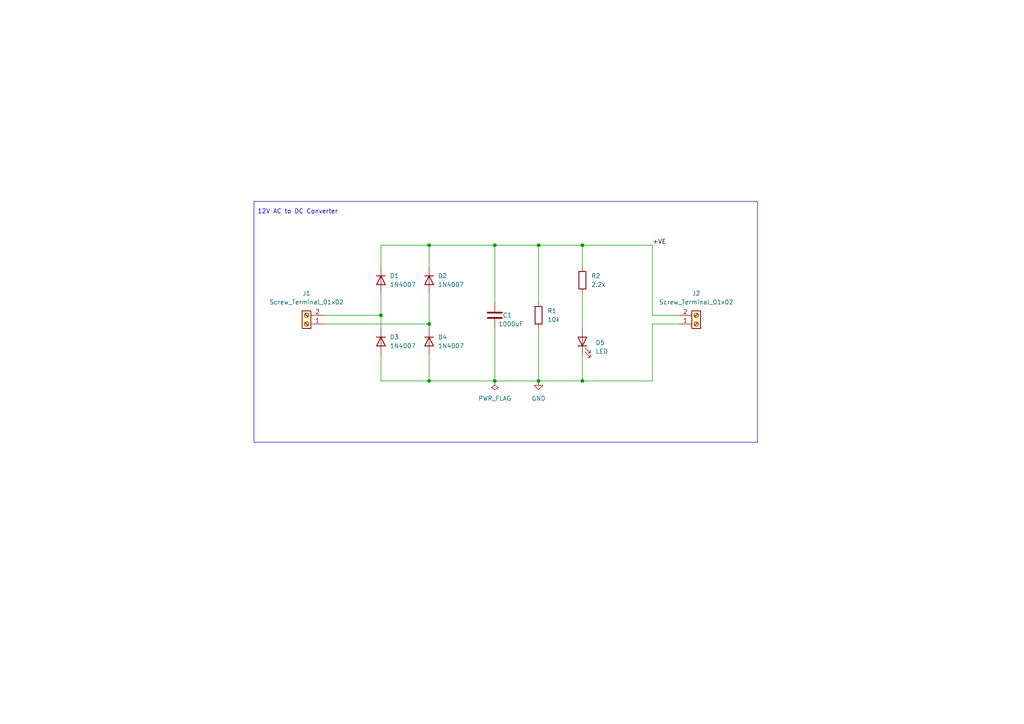
<source format=kicad_sch>
(kicad_sch
	(version 20250114)
	(generator "eeschema")
	(generator_version "9.0")
	(uuid "279edb13-f2fb-4aa5-8f20-ad4cde6f0ffa")
	(paper "A4")
	(title_block
		(title "AC to DC Converter")
		(date "2025-10-24")
	)
	(lib_symbols
		(symbol "Connector:Screw_Terminal_01x02"
			(pin_names
				(offset 1.016)
				(hide yes)
			)
			(exclude_from_sim no)
			(in_bom yes)
			(on_board yes)
			(property "Reference" "J"
				(at 0 2.54 0)
				(effects
					(font
						(size 1.27 1.27)
					)
				)
			)
			(property "Value" "Screw_Terminal_01x02"
				(at 0 -5.08 0)
				(effects
					(font
						(size 1.27 1.27)
					)
				)
			)
			(property "Footprint" ""
				(at 0 0 0)
				(effects
					(font
						(size 1.27 1.27)
					)
					(hide yes)
				)
			)
			(property "Datasheet" "~"
				(at 0 0 0)
				(effects
					(font
						(size 1.27 1.27)
					)
					(hide yes)
				)
			)
			(property "Description" "Generic screw terminal, single row, 01x02, script generated (kicad-library-utils/schlib/autogen/connector/)"
				(at 0 0 0)
				(effects
					(font
						(size 1.27 1.27)
					)
					(hide yes)
				)
			)
			(property "ki_keywords" "screw terminal"
				(at 0 0 0)
				(effects
					(font
						(size 1.27 1.27)
					)
					(hide yes)
				)
			)
			(property "ki_fp_filters" "TerminalBlock*:*"
				(at 0 0 0)
				(effects
					(font
						(size 1.27 1.27)
					)
					(hide yes)
				)
			)
			(symbol "Screw_Terminal_01x02_1_1"
				(rectangle
					(start -1.27 1.27)
					(end 1.27 -3.81)
					(stroke
						(width 0.254)
						(type default)
					)
					(fill
						(type background)
					)
				)
				(polyline
					(pts
						(xy -0.5334 0.3302) (xy 0.3302 -0.508)
					)
					(stroke
						(width 0.1524)
						(type default)
					)
					(fill
						(type none)
					)
				)
				(polyline
					(pts
						(xy -0.5334 -2.2098) (xy 0.3302 -3.048)
					)
					(stroke
						(width 0.1524)
						(type default)
					)
					(fill
						(type none)
					)
				)
				(polyline
					(pts
						(xy -0.3556 0.508) (xy 0.508 -0.3302)
					)
					(stroke
						(width 0.1524)
						(type default)
					)
					(fill
						(type none)
					)
				)
				(polyline
					(pts
						(xy -0.3556 -2.032) (xy 0.508 -2.8702)
					)
					(stroke
						(width 0.1524)
						(type default)
					)
					(fill
						(type none)
					)
				)
				(circle
					(center 0 0)
					(radius 0.635)
					(stroke
						(width 0.1524)
						(type default)
					)
					(fill
						(type none)
					)
				)
				(circle
					(center 0 -2.54)
					(radius 0.635)
					(stroke
						(width 0.1524)
						(type default)
					)
					(fill
						(type none)
					)
				)
				(pin passive line
					(at -5.08 0 0)
					(length 3.81)
					(name "Pin_1"
						(effects
							(font
								(size 1.27 1.27)
							)
						)
					)
					(number "1"
						(effects
							(font
								(size 1.27 1.27)
							)
						)
					)
				)
				(pin passive line
					(at -5.08 -2.54 0)
					(length 3.81)
					(name "Pin_2"
						(effects
							(font
								(size 1.27 1.27)
							)
						)
					)
					(number "2"
						(effects
							(font
								(size 1.27 1.27)
							)
						)
					)
				)
			)
			(embedded_fonts no)
		)
		(symbol "Device:C"
			(pin_numbers
				(hide yes)
			)
			(pin_names
				(offset 0.254)
			)
			(exclude_from_sim no)
			(in_bom yes)
			(on_board yes)
			(property "Reference" "C"
				(at 0.635 2.54 0)
				(effects
					(font
						(size 1.27 1.27)
					)
					(justify left)
				)
			)
			(property "Value" "C"
				(at 0.635 -2.54 0)
				(effects
					(font
						(size 1.27 1.27)
					)
					(justify left)
				)
			)
			(property "Footprint" ""
				(at 0.9652 -3.81 0)
				(effects
					(font
						(size 1.27 1.27)
					)
					(hide yes)
				)
			)
			(property "Datasheet" "~"
				(at 0 0 0)
				(effects
					(font
						(size 1.27 1.27)
					)
					(hide yes)
				)
			)
			(property "Description" "Unpolarized capacitor"
				(at 0 0 0)
				(effects
					(font
						(size 1.27 1.27)
					)
					(hide yes)
				)
			)
			(property "ki_keywords" "cap capacitor"
				(at 0 0 0)
				(effects
					(font
						(size 1.27 1.27)
					)
					(hide yes)
				)
			)
			(property "ki_fp_filters" "C_*"
				(at 0 0 0)
				(effects
					(font
						(size 1.27 1.27)
					)
					(hide yes)
				)
			)
			(symbol "C_0_1"
				(polyline
					(pts
						(xy -2.032 0.762) (xy 2.032 0.762)
					)
					(stroke
						(width 0.508)
						(type default)
					)
					(fill
						(type none)
					)
				)
				(polyline
					(pts
						(xy -2.032 -0.762) (xy 2.032 -0.762)
					)
					(stroke
						(width 0.508)
						(type default)
					)
					(fill
						(type none)
					)
				)
			)
			(symbol "C_1_1"
				(pin passive line
					(at 0 3.81 270)
					(length 2.794)
					(name "~"
						(effects
							(font
								(size 1.27 1.27)
							)
						)
					)
					(number "1"
						(effects
							(font
								(size 1.27 1.27)
							)
						)
					)
				)
				(pin passive line
					(at 0 -3.81 90)
					(length 2.794)
					(name "~"
						(effects
							(font
								(size 1.27 1.27)
							)
						)
					)
					(number "2"
						(effects
							(font
								(size 1.27 1.27)
							)
						)
					)
				)
			)
			(embedded_fonts no)
		)
		(symbol "Device:LED"
			(pin_numbers
				(hide yes)
			)
			(pin_names
				(offset 1.016)
				(hide yes)
			)
			(exclude_from_sim no)
			(in_bom yes)
			(on_board yes)
			(property "Reference" "D"
				(at 0 2.54 0)
				(effects
					(font
						(size 1.27 1.27)
					)
				)
			)
			(property "Value" "LED"
				(at 0 -2.54 0)
				(effects
					(font
						(size 1.27 1.27)
					)
				)
			)
			(property "Footprint" ""
				(at 0 0 0)
				(effects
					(font
						(size 1.27 1.27)
					)
					(hide yes)
				)
			)
			(property "Datasheet" "~"
				(at 0 0 0)
				(effects
					(font
						(size 1.27 1.27)
					)
					(hide yes)
				)
			)
			(property "Description" "Light emitting diode"
				(at 0 0 0)
				(effects
					(font
						(size 1.27 1.27)
					)
					(hide yes)
				)
			)
			(property "Sim.Pins" "1=K 2=A"
				(at 0 0 0)
				(effects
					(font
						(size 1.27 1.27)
					)
					(hide yes)
				)
			)
			(property "ki_keywords" "LED diode"
				(at 0 0 0)
				(effects
					(font
						(size 1.27 1.27)
					)
					(hide yes)
				)
			)
			(property "ki_fp_filters" "LED* LED_SMD:* LED_THT:*"
				(at 0 0 0)
				(effects
					(font
						(size 1.27 1.27)
					)
					(hide yes)
				)
			)
			(symbol "LED_0_1"
				(polyline
					(pts
						(xy -3.048 -0.762) (xy -4.572 -2.286) (xy -3.81 -2.286) (xy -4.572 -2.286) (xy -4.572 -1.524)
					)
					(stroke
						(width 0)
						(type default)
					)
					(fill
						(type none)
					)
				)
				(polyline
					(pts
						(xy -1.778 -0.762) (xy -3.302 -2.286) (xy -2.54 -2.286) (xy -3.302 -2.286) (xy -3.302 -1.524)
					)
					(stroke
						(width 0)
						(type default)
					)
					(fill
						(type none)
					)
				)
				(polyline
					(pts
						(xy -1.27 0) (xy 1.27 0)
					)
					(stroke
						(width 0)
						(type default)
					)
					(fill
						(type none)
					)
				)
				(polyline
					(pts
						(xy -1.27 -1.27) (xy -1.27 1.27)
					)
					(stroke
						(width 0.254)
						(type default)
					)
					(fill
						(type none)
					)
				)
				(polyline
					(pts
						(xy 1.27 -1.27) (xy 1.27 1.27) (xy -1.27 0) (xy 1.27 -1.27)
					)
					(stroke
						(width 0.254)
						(type default)
					)
					(fill
						(type none)
					)
				)
			)
			(symbol "LED_1_1"
				(pin passive line
					(at -3.81 0 0)
					(length 2.54)
					(name "K"
						(effects
							(font
								(size 1.27 1.27)
							)
						)
					)
					(number "1"
						(effects
							(font
								(size 1.27 1.27)
							)
						)
					)
				)
				(pin passive line
					(at 3.81 0 180)
					(length 2.54)
					(name "A"
						(effects
							(font
								(size 1.27 1.27)
							)
						)
					)
					(number "2"
						(effects
							(font
								(size 1.27 1.27)
							)
						)
					)
				)
			)
			(embedded_fonts no)
		)
		(symbol "Device:R"
			(pin_numbers
				(hide yes)
			)
			(pin_names
				(offset 0)
			)
			(exclude_from_sim no)
			(in_bom yes)
			(on_board yes)
			(property "Reference" "R"
				(at 2.032 0 90)
				(effects
					(font
						(size 1.27 1.27)
					)
				)
			)
			(property "Value" "R"
				(at 0 0 90)
				(effects
					(font
						(size 1.27 1.27)
					)
				)
			)
			(property "Footprint" ""
				(at -1.778 0 90)
				(effects
					(font
						(size 1.27 1.27)
					)
					(hide yes)
				)
			)
			(property "Datasheet" "~"
				(at 0 0 0)
				(effects
					(font
						(size 1.27 1.27)
					)
					(hide yes)
				)
			)
			(property "Description" "Resistor"
				(at 0 0 0)
				(effects
					(font
						(size 1.27 1.27)
					)
					(hide yes)
				)
			)
			(property "ki_keywords" "R res resistor"
				(at 0 0 0)
				(effects
					(font
						(size 1.27 1.27)
					)
					(hide yes)
				)
			)
			(property "ki_fp_filters" "R_*"
				(at 0 0 0)
				(effects
					(font
						(size 1.27 1.27)
					)
					(hide yes)
				)
			)
			(symbol "R_0_1"
				(rectangle
					(start -1.016 -2.54)
					(end 1.016 2.54)
					(stroke
						(width 0.254)
						(type default)
					)
					(fill
						(type none)
					)
				)
			)
			(symbol "R_1_1"
				(pin passive line
					(at 0 3.81 270)
					(length 1.27)
					(name "~"
						(effects
							(font
								(size 1.27 1.27)
							)
						)
					)
					(number "1"
						(effects
							(font
								(size 1.27 1.27)
							)
						)
					)
				)
				(pin passive line
					(at 0 -3.81 90)
					(length 1.27)
					(name "~"
						(effects
							(font
								(size 1.27 1.27)
							)
						)
					)
					(number "2"
						(effects
							(font
								(size 1.27 1.27)
							)
						)
					)
				)
			)
			(embedded_fonts no)
		)
		(symbol "Diode:1N4007"
			(pin_numbers
				(hide yes)
			)
			(pin_names
				(hide yes)
			)
			(exclude_from_sim no)
			(in_bom yes)
			(on_board yes)
			(property "Reference" "D"
				(at 0 2.54 0)
				(effects
					(font
						(size 1.27 1.27)
					)
				)
			)
			(property "Value" "1N4007"
				(at 0 -2.54 0)
				(effects
					(font
						(size 1.27 1.27)
					)
				)
			)
			(property "Footprint" "Diode_THT:D_DO-41_SOD81_P10.16mm_Horizontal"
				(at 0 -4.445 0)
				(effects
					(font
						(size 1.27 1.27)
					)
					(hide yes)
				)
			)
			(property "Datasheet" "http://www.vishay.com/docs/88503/1n4001.pdf"
				(at 0 0 0)
				(effects
					(font
						(size 1.27 1.27)
					)
					(hide yes)
				)
			)
			(property "Description" "1000V 1A General Purpose Rectifier Diode, DO-41"
				(at 0 0 0)
				(effects
					(font
						(size 1.27 1.27)
					)
					(hide yes)
				)
			)
			(property "Sim.Device" "D"
				(at 0 0 0)
				(effects
					(font
						(size 1.27 1.27)
					)
					(hide yes)
				)
			)
			(property "Sim.Pins" "1=K 2=A"
				(at 0 0 0)
				(effects
					(font
						(size 1.27 1.27)
					)
					(hide yes)
				)
			)
			(property "ki_keywords" "diode"
				(at 0 0 0)
				(effects
					(font
						(size 1.27 1.27)
					)
					(hide yes)
				)
			)
			(property "ki_fp_filters" "D*DO?41*"
				(at 0 0 0)
				(effects
					(font
						(size 1.27 1.27)
					)
					(hide yes)
				)
			)
			(symbol "1N4007_0_1"
				(polyline
					(pts
						(xy -1.27 1.27) (xy -1.27 -1.27)
					)
					(stroke
						(width 0.254)
						(type default)
					)
					(fill
						(type none)
					)
				)
				(polyline
					(pts
						(xy 1.27 1.27) (xy 1.27 -1.27) (xy -1.27 0) (xy 1.27 1.27)
					)
					(stroke
						(width 0.254)
						(type default)
					)
					(fill
						(type none)
					)
				)
				(polyline
					(pts
						(xy 1.27 0) (xy -1.27 0)
					)
					(stroke
						(width 0)
						(type default)
					)
					(fill
						(type none)
					)
				)
			)
			(symbol "1N4007_1_1"
				(pin passive line
					(at -3.81 0 0)
					(length 2.54)
					(name "K"
						(effects
							(font
								(size 1.27 1.27)
							)
						)
					)
					(number "1"
						(effects
							(font
								(size 1.27 1.27)
							)
						)
					)
				)
				(pin passive line
					(at 3.81 0 180)
					(length 2.54)
					(name "A"
						(effects
							(font
								(size 1.27 1.27)
							)
						)
					)
					(number "2"
						(effects
							(font
								(size 1.27 1.27)
							)
						)
					)
				)
			)
			(embedded_fonts no)
		)
		(symbol "power:GND"
			(power)
			(pin_numbers
				(hide yes)
			)
			(pin_names
				(offset 0)
				(hide yes)
			)
			(exclude_from_sim no)
			(in_bom yes)
			(on_board yes)
			(property "Reference" "#PWR"
				(at 0 -6.35 0)
				(effects
					(font
						(size 1.27 1.27)
					)
					(hide yes)
				)
			)
			(property "Value" "GND"
				(at 0 -3.81 0)
				(effects
					(font
						(size 1.27 1.27)
					)
				)
			)
			(property "Footprint" ""
				(at 0 0 0)
				(effects
					(font
						(size 1.27 1.27)
					)
					(hide yes)
				)
			)
			(property "Datasheet" ""
				(at 0 0 0)
				(effects
					(font
						(size 1.27 1.27)
					)
					(hide yes)
				)
			)
			(property "Description" "Power symbol creates a global label with name \"GND\" , ground"
				(at 0 0 0)
				(effects
					(font
						(size 1.27 1.27)
					)
					(hide yes)
				)
			)
			(property "ki_keywords" "global power"
				(at 0 0 0)
				(effects
					(font
						(size 1.27 1.27)
					)
					(hide yes)
				)
			)
			(symbol "GND_0_1"
				(polyline
					(pts
						(xy 0 0) (xy 0 -1.27) (xy 1.27 -1.27) (xy 0 -2.54) (xy -1.27 -1.27) (xy 0 -1.27)
					)
					(stroke
						(width 0)
						(type default)
					)
					(fill
						(type none)
					)
				)
			)
			(symbol "GND_1_1"
				(pin power_in line
					(at 0 0 270)
					(length 0)
					(name "~"
						(effects
							(font
								(size 1.27 1.27)
							)
						)
					)
					(number "1"
						(effects
							(font
								(size 1.27 1.27)
							)
						)
					)
				)
			)
			(embedded_fonts no)
		)
		(symbol "power:PWR_FLAG"
			(power)
			(pin_numbers
				(hide yes)
			)
			(pin_names
				(offset 0)
				(hide yes)
			)
			(exclude_from_sim no)
			(in_bom yes)
			(on_board yes)
			(property "Reference" "#FLG"
				(at 0 1.905 0)
				(effects
					(font
						(size 1.27 1.27)
					)
					(hide yes)
				)
			)
			(property "Value" "PWR_FLAG"
				(at 0 3.81 0)
				(effects
					(font
						(size 1.27 1.27)
					)
				)
			)
			(property "Footprint" ""
				(at 0 0 0)
				(effects
					(font
						(size 1.27 1.27)
					)
					(hide yes)
				)
			)
			(property "Datasheet" "~"
				(at 0 0 0)
				(effects
					(font
						(size 1.27 1.27)
					)
					(hide yes)
				)
			)
			(property "Description" "Special symbol for telling ERC where power comes from"
				(at 0 0 0)
				(effects
					(font
						(size 1.27 1.27)
					)
					(hide yes)
				)
			)
			(property "ki_keywords" "flag power"
				(at 0 0 0)
				(effects
					(font
						(size 1.27 1.27)
					)
					(hide yes)
				)
			)
			(symbol "PWR_FLAG_0_0"
				(pin power_out line
					(at 0 0 90)
					(length 0)
					(name "~"
						(effects
							(font
								(size 1.27 1.27)
							)
						)
					)
					(number "1"
						(effects
							(font
								(size 1.27 1.27)
							)
						)
					)
				)
			)
			(symbol "PWR_FLAG_0_1"
				(polyline
					(pts
						(xy 0 0) (xy 0 1.27) (xy -1.016 1.905) (xy 0 2.54) (xy 1.016 1.905) (xy 0 1.27)
					)
					(stroke
						(width 0)
						(type default)
					)
					(fill
						(type none)
					)
				)
			)
			(embedded_fonts no)
		)
	)
	(rectangle
		(start 73.66 58.42)
		(end 219.71 128.27)
		(stroke
			(width 0)
			(type default)
		)
		(fill
			(type none)
		)
		(uuid 83c88e26-38eb-45dd-b293-6f9a5e784b49)
	)
	(text "12V AC to DC Converter"
		(exclude_from_sim no)
		(at 86.36 61.468 0)
		(effects
			(font
				(size 1.27 1.27)
			)
		)
		(uuid "9d46e655-18dc-487f-9bc6-acb8388ebc9f")
	)
	(junction
		(at 156.21 71.12)
		(diameter 0)
		(color 0 0 0 0)
		(uuid "178ddf95-50f9-4e62-8b97-d859a4268c49")
	)
	(junction
		(at 168.91 71.12)
		(diameter 0)
		(color 0 0 0 0)
		(uuid "2bb127c9-b018-49a7-ad0c-c76491f60c0a")
	)
	(junction
		(at 110.49 91.44)
		(diameter 0)
		(color 0 0 0 0)
		(uuid "46b14166-0e80-4df4-999b-179305ecd029")
	)
	(junction
		(at 143.51 110.49)
		(diameter 0)
		(color 0 0 0 0)
		(uuid "4aa3e8b2-a686-41d1-a1f3-2dcbe5c0b6e1")
	)
	(junction
		(at 124.46 93.98)
		(diameter 0)
		(color 0 0 0 0)
		(uuid "960c3970-ae82-4577-8fb3-9af0f4fd4d39")
	)
	(junction
		(at 143.51 71.12)
		(diameter 0)
		(color 0 0 0 0)
		(uuid "a928bf4a-1199-4c1b-b19a-221970798054")
	)
	(junction
		(at 156.21 110.49)
		(diameter 0)
		(color 0 0 0 0)
		(uuid "b76e1af8-0d18-4699-b201-190789aa6fbc")
	)
	(junction
		(at 124.46 110.49)
		(diameter 0)
		(color 0 0 0 0)
		(uuid "bff21c0b-f184-46e8-9b61-9e209411833c")
	)
	(junction
		(at 168.91 110.49)
		(diameter 0)
		(color 0 0 0 0)
		(uuid "e102b36e-8cf8-45a2-9d99-15b3d6637fc4")
	)
	(junction
		(at 124.46 71.12)
		(diameter 0)
		(color 0 0 0 0)
		(uuid "f0407350-5c5b-496a-9c5f-16f773b06887")
	)
	(wire
		(pts
			(xy 168.91 71.12) (xy 168.91 77.47)
		)
		(stroke
			(width 0)
			(type default)
		)
		(uuid "00fde0c6-faaa-4f9c-a296-90c56de18a9b")
	)
	(wire
		(pts
			(xy 124.46 110.49) (xy 124.46 102.87)
		)
		(stroke
			(width 0)
			(type default)
		)
		(uuid "011ff639-1955-437d-bc2f-c14a9859454d")
	)
	(wire
		(pts
			(xy 110.49 110.49) (xy 124.46 110.49)
		)
		(stroke
			(width 0)
			(type default)
		)
		(uuid "03a6d07c-01d2-4f89-9149-d0246b5dc42e")
	)
	(wire
		(pts
			(xy 156.21 110.49) (xy 168.91 110.49)
		)
		(stroke
			(width 0)
			(type default)
		)
		(uuid "04c21a09-2fb4-47a5-b69e-f96e79f9e880")
	)
	(wire
		(pts
			(xy 156.21 110.49) (xy 156.21 95.25)
		)
		(stroke
			(width 0)
			(type default)
		)
		(uuid "120f089c-496e-427f-9400-deb96c97f5a3")
	)
	(wire
		(pts
			(xy 124.46 110.49) (xy 143.51 110.49)
		)
		(stroke
			(width 0)
			(type default)
		)
		(uuid "121f8b69-0d19-4941-885a-447ce8cd8284")
	)
	(wire
		(pts
			(xy 124.46 93.98) (xy 124.46 95.25)
		)
		(stroke
			(width 0)
			(type default)
		)
		(uuid "2d1792cf-8dfc-4e99-89e1-ab3f12113b72")
	)
	(wire
		(pts
			(xy 110.49 91.44) (xy 110.49 95.25)
		)
		(stroke
			(width 0)
			(type default)
		)
		(uuid "34a513e3-f1f7-4b00-b6e2-d232df3925c3")
	)
	(wire
		(pts
			(xy 143.51 71.12) (xy 143.51 87.63)
		)
		(stroke
			(width 0)
			(type default)
		)
		(uuid "356fa7a7-ceff-41f9-a115-5f2a5c6fbae7")
	)
	(wire
		(pts
			(xy 189.23 93.98) (xy 189.23 110.49)
		)
		(stroke
			(width 0)
			(type default)
		)
		(uuid "3a2876fd-e398-4869-955c-707b84a6b903")
	)
	(wire
		(pts
			(xy 189.23 71.12) (xy 168.91 71.12)
		)
		(stroke
			(width 0)
			(type default)
		)
		(uuid "4171ed9d-519a-499e-80e8-572f4f28ae15")
	)
	(wire
		(pts
			(xy 196.85 91.44) (xy 189.23 91.44)
		)
		(stroke
			(width 0)
			(type default)
		)
		(uuid "44b0b82f-d678-49fd-bb18-bf50bcc8daae")
	)
	(wire
		(pts
			(xy 143.51 110.49) (xy 156.21 110.49)
		)
		(stroke
			(width 0)
			(type default)
		)
		(uuid "45667a98-78df-4baa-b1cb-5f0d0bccbce8")
	)
	(wire
		(pts
			(xy 110.49 71.12) (xy 124.46 71.12)
		)
		(stroke
			(width 0)
			(type default)
		)
		(uuid "48317b6b-2954-45c5-bc8e-ce8f301737bd")
	)
	(wire
		(pts
			(xy 168.91 85.09) (xy 168.91 95.25)
		)
		(stroke
			(width 0)
			(type default)
		)
		(uuid "5d9f11bf-2b48-4f68-be1c-041637a256d2")
	)
	(wire
		(pts
			(xy 156.21 71.12) (xy 156.21 87.63)
		)
		(stroke
			(width 0)
			(type default)
		)
		(uuid "67c33770-8155-4c13-992b-da44f78daf08")
	)
	(wire
		(pts
			(xy 156.21 71.12) (xy 168.91 71.12)
		)
		(stroke
			(width 0)
			(type default)
		)
		(uuid "7aa53bf1-4cdf-45b3-a010-a7a192e51379")
	)
	(wire
		(pts
			(xy 124.46 85.09) (xy 124.46 93.98)
		)
		(stroke
			(width 0)
			(type default)
		)
		(uuid "7f41e99f-7b0f-42d0-9595-b92c53293c6b")
	)
	(wire
		(pts
			(xy 189.23 110.49) (xy 168.91 110.49)
		)
		(stroke
			(width 0)
			(type default)
		)
		(uuid "85abb732-427c-43e6-9310-9d217665a9ae")
	)
	(wire
		(pts
			(xy 93.98 93.98) (xy 124.46 93.98)
		)
		(stroke
			(width 0)
			(type default)
		)
		(uuid "8e8317d7-d698-41ac-8ed9-294235253678")
	)
	(wire
		(pts
			(xy 124.46 71.12) (xy 124.46 77.47)
		)
		(stroke
			(width 0)
			(type default)
		)
		(uuid "90063cf1-ea50-419e-8603-3d7eab92f967")
	)
	(wire
		(pts
			(xy 110.49 102.87) (xy 110.49 110.49)
		)
		(stroke
			(width 0)
			(type default)
		)
		(uuid "90b0dd97-c744-4e9a-8b6d-700852fd9652")
	)
	(wire
		(pts
			(xy 143.51 110.49) (xy 143.51 95.25)
		)
		(stroke
			(width 0)
			(type default)
		)
		(uuid "a26d0db8-027d-4bdb-89cf-51c33962feea")
	)
	(wire
		(pts
			(xy 124.46 71.12) (xy 143.51 71.12)
		)
		(stroke
			(width 0)
			(type default)
		)
		(uuid "b3d70961-bc18-4e59-90db-a414fc1b4e4c")
	)
	(wire
		(pts
			(xy 189.23 91.44) (xy 189.23 71.12)
		)
		(stroke
			(width 0)
			(type default)
		)
		(uuid "cd883b0e-bbce-4719-865a-4f4d23103f1f")
	)
	(wire
		(pts
			(xy 93.98 91.44) (xy 110.49 91.44)
		)
		(stroke
			(width 0)
			(type default)
		)
		(uuid "d35d593d-9d26-44d5-8aad-284a6b9f29e8")
	)
	(wire
		(pts
			(xy 196.85 93.98) (xy 189.23 93.98)
		)
		(stroke
			(width 0)
			(type default)
		)
		(uuid "db593709-7c71-4a6a-aa1c-0eecedd923a4")
	)
	(wire
		(pts
			(xy 110.49 85.09) (xy 110.49 91.44)
		)
		(stroke
			(width 0)
			(type default)
		)
		(uuid "e3ae2cf6-ad95-4f2d-bbd8-cf2507f9f96f")
	)
	(wire
		(pts
			(xy 110.49 77.47) (xy 110.49 71.12)
		)
		(stroke
			(width 0)
			(type default)
		)
		(uuid "e61fa5da-cb6c-49aa-9183-d44f84642b02")
	)
	(wire
		(pts
			(xy 168.91 110.49) (xy 168.91 102.87)
		)
		(stroke
			(width 0)
			(type default)
		)
		(uuid "f2e0f04e-ff5b-42c2-afec-f5608f6f6699")
	)
	(wire
		(pts
			(xy 143.51 71.12) (xy 156.21 71.12)
		)
		(stroke
			(width 0)
			(type default)
		)
		(uuid "f5bfed7a-4eb6-4d95-99a8-9433fceb036f")
	)
	(label "+VE"
		(at 189.23 71.12 0)
		(effects
			(font
				(size 1.27 1.27)
			)
			(justify left bottom)
		)
		(uuid "db2e7d3c-4373-4569-ac4d-8a4c30f6a7a2")
	)
	(symbol
		(lib_id "Connector:Screw_Terminal_01x02")
		(at 88.9 93.98 180)
		(unit 1)
		(exclude_from_sim no)
		(in_bom yes)
		(on_board yes)
		(dnp no)
		(fields_autoplaced yes)
		(uuid "0c615da8-c1a5-4183-b0c3-f6494af5c1ee")
		(property "Reference" "J1"
			(at 88.9 85.09 0)
			(effects
				(font
					(size 1.27 1.27)
				)
			)
		)
		(property "Value" "Screw_Terminal_01x02"
			(at 88.9 87.63 0)
			(effects
				(font
					(size 1.27 1.27)
				)
			)
		)
		(property "Footprint" "TerminalBlock_Phoenix:TerminalBlock_Phoenix_MKDS-1,5-2-5.08_1x02_P5.08mm_Horizontal"
			(at 88.9 93.98 0)
			(effects
				(font
					(size 1.27 1.27)
				)
				(hide yes)
			)
		)
		(property "Datasheet" "~"
			(at 88.9 93.98 0)
			(effects
				(font
					(size 1.27 1.27)
				)
				(hide yes)
			)
		)
		(property "Description" "Generic screw terminal, single row, 01x02, script generated (kicad-library-utils/schlib/autogen/connector/)"
			(at 88.9 93.98 0)
			(effects
				(font
					(size 1.27 1.27)
				)
				(hide yes)
			)
		)
		(pin "2"
			(uuid "f50d5d6a-dbee-4327-bf55-0241230e2a27")
		)
		(pin "1"
			(uuid "446d5bf5-00f1-453e-8a75-73165b41c588")
		)
		(instances
			(project ""
				(path "/279edb13-f2fb-4aa5-8f20-ad4cde6f0ffa"
					(reference "J1")
					(unit 1)
				)
			)
		)
	)
	(symbol
		(lib_id "Device:C")
		(at 143.51 91.44 0)
		(unit 1)
		(exclude_from_sim no)
		(in_bom yes)
		(on_board yes)
		(dnp no)
		(uuid "167f3389-933f-4a89-b214-bc2028547bb0")
		(property "Reference" "C1"
			(at 145.796 91.44 0)
			(effects
				(font
					(size 1.27 1.27)
				)
				(justify left)
			)
		)
		(property "Value" "1000uF"
			(at 144.526 93.98 0)
			(effects
				(font
					(size 1.27 1.27)
				)
				(justify left)
			)
		)
		(property "Footprint" "Capacitor_THT:C_Radial_D8.0mm_H11.5mm_P3.50mm"
			(at 144.4752 95.25 0)
			(effects
				(font
					(size 1.27 1.27)
				)
				(hide yes)
			)
		)
		(property "Datasheet" "~"
			(at 143.51 91.44 0)
			(effects
				(font
					(size 1.27 1.27)
				)
				(hide yes)
			)
		)
		(property "Description" "Unpolarized capacitor"
			(at 143.51 91.44 0)
			(effects
				(font
					(size 1.27 1.27)
				)
				(hide yes)
			)
		)
		(pin "1"
			(uuid "99c58627-17be-4ab7-bb1f-366973c6dbc3")
		)
		(pin "2"
			(uuid "3d351c07-2d51-416b-b024-3bfd51a69d00")
		)
		(instances
			(project ""
				(path "/279edb13-f2fb-4aa5-8f20-ad4cde6f0ffa"
					(reference "C1")
					(unit 1)
				)
			)
		)
	)
	(symbol
		(lib_id "Diode:1N4007")
		(at 110.49 99.06 270)
		(unit 1)
		(exclude_from_sim no)
		(in_bom yes)
		(on_board yes)
		(dnp no)
		(fields_autoplaced yes)
		(uuid "4bbb5b01-3e7d-4921-9319-153720d482e5")
		(property "Reference" "D3"
			(at 113.03 97.7899 90)
			(effects
				(font
					(size 1.27 1.27)
				)
				(justify left)
			)
		)
		(property "Value" "1N4007"
			(at 113.03 100.3299 90)
			(effects
				(font
					(size 1.27 1.27)
				)
				(justify left)
			)
		)
		(property "Footprint" "Diode_THT:D_DO-41_SOD81_P10.16mm_Horizontal"
			(at 106.045 99.06 0)
			(effects
				(font
					(size 1.27 1.27)
				)
				(hide yes)
			)
		)
		(property "Datasheet" "http://www.vishay.com/docs/88503/1n4001.pdf"
			(at 110.49 99.06 0)
			(effects
				(font
					(size 1.27 1.27)
				)
				(hide yes)
			)
		)
		(property "Description" "1000V 1A General Purpose Rectifier Diode, DO-41"
			(at 110.49 99.06 0)
			(effects
				(font
					(size 1.27 1.27)
				)
				(hide yes)
			)
		)
		(property "Sim.Device" "D"
			(at 110.49 99.06 0)
			(effects
				(font
					(size 1.27 1.27)
				)
				(hide yes)
			)
		)
		(property "Sim.Pins" "1=K 2=A"
			(at 110.49 99.06 0)
			(effects
				(font
					(size 1.27 1.27)
				)
				(hide yes)
			)
		)
		(pin "1"
			(uuid "95220470-c48f-4989-9107-45231ca25dea")
		)
		(pin "2"
			(uuid "d8a365f7-9487-40bc-adde-473019298957")
		)
		(instances
			(project "AC_DC_Convert"
				(path "/279edb13-f2fb-4aa5-8f20-ad4cde6f0ffa"
					(reference "D3")
					(unit 1)
				)
			)
		)
	)
	(symbol
		(lib_id "Diode:1N4007")
		(at 124.46 99.06 270)
		(unit 1)
		(exclude_from_sim no)
		(in_bom yes)
		(on_board yes)
		(dnp no)
		(fields_autoplaced yes)
		(uuid "4d86f27e-d0c5-478f-bf0d-c0c32074a440")
		(property "Reference" "D4"
			(at 127 97.7899 90)
			(effects
				(font
					(size 1.27 1.27)
				)
				(justify left)
			)
		)
		(property "Value" "1N4007"
			(at 127 100.3299 90)
			(effects
				(font
					(size 1.27 1.27)
				)
				(justify left)
			)
		)
		(property "Footprint" "Diode_THT:D_DO-41_SOD81_P10.16mm_Horizontal"
			(at 120.015 99.06 0)
			(effects
				(font
					(size 1.27 1.27)
				)
				(hide yes)
			)
		)
		(property "Datasheet" "http://www.vishay.com/docs/88503/1n4001.pdf"
			(at 124.46 99.06 0)
			(effects
				(font
					(size 1.27 1.27)
				)
				(hide yes)
			)
		)
		(property "Description" "1000V 1A General Purpose Rectifier Diode, DO-41"
			(at 124.46 99.06 0)
			(effects
				(font
					(size 1.27 1.27)
				)
				(hide yes)
			)
		)
		(property "Sim.Device" "D"
			(at 124.46 99.06 0)
			(effects
				(font
					(size 1.27 1.27)
				)
				(hide yes)
			)
		)
		(property "Sim.Pins" "1=K 2=A"
			(at 124.46 99.06 0)
			(effects
				(font
					(size 1.27 1.27)
				)
				(hide yes)
			)
		)
		(pin "1"
			(uuid "7531a91a-2452-4bba-84e6-42222bfa8e3b")
		)
		(pin "2"
			(uuid "c53323fc-e5f5-430d-bcdd-bd8db559e5f8")
		)
		(instances
			(project "AC_DC_Convert"
				(path "/279edb13-f2fb-4aa5-8f20-ad4cde6f0ffa"
					(reference "D4")
					(unit 1)
				)
			)
		)
	)
	(symbol
		(lib_id "Connector:Screw_Terminal_01x02")
		(at 201.93 93.98 0)
		(mirror x)
		(unit 1)
		(exclude_from_sim no)
		(in_bom yes)
		(on_board yes)
		(dnp no)
		(uuid "6a07e37b-c32c-4dda-be57-cd9304d2f62c")
		(property "Reference" "J2"
			(at 201.93 85.09 0)
			(effects
				(font
					(size 1.27 1.27)
				)
			)
		)
		(property "Value" "Screw_Terminal_01x02"
			(at 201.93 87.63 0)
			(effects
				(font
					(size 1.27 1.27)
				)
			)
		)
		(property "Footprint" "TerminalBlock_Phoenix:TerminalBlock_Phoenix_MKDS-1,5-2-5.08_1x02_P5.08mm_Horizontal"
			(at 201.93 93.98 0)
			(effects
				(font
					(size 1.27 1.27)
				)
				(hide yes)
			)
		)
		(property "Datasheet" "~"
			(at 201.93 93.98 0)
			(effects
				(font
					(size 1.27 1.27)
				)
				(hide yes)
			)
		)
		(property "Description" "Generic screw terminal, single row, 01x02, script generated (kicad-library-utils/schlib/autogen/connector/)"
			(at 201.93 93.98 0)
			(effects
				(font
					(size 1.27 1.27)
				)
				(hide yes)
			)
		)
		(pin "2"
			(uuid "5aee6577-24d4-4f1b-94cf-60a8bb172ea4")
		)
		(pin "1"
			(uuid "84a2ba06-8242-40aa-87af-d1cff34da66c")
		)
		(instances
			(project "AC_DC_Convert"
				(path "/279edb13-f2fb-4aa5-8f20-ad4cde6f0ffa"
					(reference "J2")
					(unit 1)
				)
			)
		)
	)
	(symbol
		(lib_id "Diode:1N4007")
		(at 124.46 81.28 270)
		(unit 1)
		(exclude_from_sim no)
		(in_bom yes)
		(on_board yes)
		(dnp no)
		(fields_autoplaced yes)
		(uuid "70be176b-e8d9-4a7d-b1b9-86b4578e4b6d")
		(property "Reference" "D2"
			(at 127 80.0099 90)
			(effects
				(font
					(size 1.27 1.27)
				)
				(justify left)
			)
		)
		(property "Value" "1N4007"
			(at 127 82.5499 90)
			(effects
				(font
					(size 1.27 1.27)
				)
				(justify left)
			)
		)
		(property "Footprint" "Diode_THT:D_DO-41_SOD81_P10.16mm_Horizontal"
			(at 120.015 81.28 0)
			(effects
				(font
					(size 1.27 1.27)
				)
				(hide yes)
			)
		)
		(property "Datasheet" "http://www.vishay.com/docs/88503/1n4001.pdf"
			(at 124.46 81.28 0)
			(effects
				(font
					(size 1.27 1.27)
				)
				(hide yes)
			)
		)
		(property "Description" "1000V 1A General Purpose Rectifier Diode, DO-41"
			(at 124.46 81.28 0)
			(effects
				(font
					(size 1.27 1.27)
				)
				(hide yes)
			)
		)
		(property "Sim.Device" "D"
			(at 124.46 81.28 0)
			(effects
				(font
					(size 1.27 1.27)
				)
				(hide yes)
			)
		)
		(property "Sim.Pins" "1=K 2=A"
			(at 124.46 81.28 0)
			(effects
				(font
					(size 1.27 1.27)
				)
				(hide yes)
			)
		)
		(pin "1"
			(uuid "06a71c38-0aef-4f0f-b80e-bf60176e3d18")
		)
		(pin "2"
			(uuid "0cc7818e-cade-4562-aa28-a01bf1606dde")
		)
		(instances
			(project "AC_DC_Convert"
				(path "/279edb13-f2fb-4aa5-8f20-ad4cde6f0ffa"
					(reference "D2")
					(unit 1)
				)
			)
		)
	)
	(symbol
		(lib_id "power:PWR_FLAG")
		(at 143.51 110.49 180)
		(unit 1)
		(exclude_from_sim no)
		(in_bom yes)
		(on_board yes)
		(dnp no)
		(fields_autoplaced yes)
		(uuid "933f32c4-b5e3-4cff-a244-58a1475efa32")
		(property "Reference" "#FLG01"
			(at 143.51 112.395 0)
			(effects
				(font
					(size 1.27 1.27)
				)
				(hide yes)
			)
		)
		(property "Value" "PWR_FLAG"
			(at 143.51 115.57 0)
			(effects
				(font
					(size 1.27 1.27)
				)
			)
		)
		(property "Footprint" ""
			(at 143.51 110.49 0)
			(effects
				(font
					(size 1.27 1.27)
				)
				(hide yes)
			)
		)
		(property "Datasheet" "~"
			(at 143.51 110.49 0)
			(effects
				(font
					(size 1.27 1.27)
				)
				(hide yes)
			)
		)
		(property "Description" "Special symbol for telling ERC where power comes from"
			(at 143.51 110.49 0)
			(effects
				(font
					(size 1.27 1.27)
				)
				(hide yes)
			)
		)
		(pin "1"
			(uuid "e772cc9c-97f7-45b7-8a6f-71ece1af052b")
		)
		(instances
			(project ""
				(path "/279edb13-f2fb-4aa5-8f20-ad4cde6f0ffa"
					(reference "#FLG01")
					(unit 1)
				)
			)
		)
	)
	(symbol
		(lib_id "power:GND")
		(at 156.21 110.49 0)
		(unit 1)
		(exclude_from_sim no)
		(in_bom yes)
		(on_board yes)
		(dnp no)
		(fields_autoplaced yes)
		(uuid "a23d698a-8e16-4be6-a82d-c22583acbc90")
		(property "Reference" "#PWR01"
			(at 156.21 116.84 0)
			(effects
				(font
					(size 1.27 1.27)
				)
				(hide yes)
			)
		)
		(property "Value" "GND"
			(at 156.21 115.57 0)
			(effects
				(font
					(size 1.27 1.27)
				)
			)
		)
		(property "Footprint" ""
			(at 156.21 110.49 0)
			(effects
				(font
					(size 1.27 1.27)
				)
				(hide yes)
			)
		)
		(property "Datasheet" ""
			(at 156.21 110.49 0)
			(effects
				(font
					(size 1.27 1.27)
				)
				(hide yes)
			)
		)
		(property "Description" "Power symbol creates a global label with name \"GND\" , ground"
			(at 156.21 110.49 0)
			(effects
				(font
					(size 1.27 1.27)
				)
				(hide yes)
			)
		)
		(pin "1"
			(uuid "33856a50-94b0-4f89-baa1-3764edda4bdc")
		)
		(instances
			(project ""
				(path "/279edb13-f2fb-4aa5-8f20-ad4cde6f0ffa"
					(reference "#PWR01")
					(unit 1)
				)
			)
		)
	)
	(symbol
		(lib_id "Device:LED")
		(at 168.91 99.06 90)
		(unit 1)
		(exclude_from_sim no)
		(in_bom yes)
		(on_board yes)
		(dnp no)
		(fields_autoplaced yes)
		(uuid "b61810ff-5653-4e99-9723-f1fa99ccca61")
		(property "Reference" "D5"
			(at 172.72 99.3774 90)
			(effects
				(font
					(size 1.27 1.27)
				)
				(justify right)
			)
		)
		(property "Value" "LED"
			(at 172.72 101.9174 90)
			(effects
				(font
					(size 1.27 1.27)
				)
				(justify right)
			)
		)
		(property "Footprint" "LED_THT:LED_D5.0mm"
			(at 168.91 99.06 0)
			(effects
				(font
					(size 1.27 1.27)
				)
				(hide yes)
			)
		)
		(property "Datasheet" "~"
			(at 168.91 99.06 0)
			(effects
				(font
					(size 1.27 1.27)
				)
				(hide yes)
			)
		)
		(property "Description" "Light emitting diode"
			(at 168.91 99.06 0)
			(effects
				(font
					(size 1.27 1.27)
				)
				(hide yes)
			)
		)
		(property "Sim.Pins" "1=K 2=A"
			(at 168.91 99.06 0)
			(effects
				(font
					(size 1.27 1.27)
				)
				(hide yes)
			)
		)
		(pin "1"
			(uuid "39b1ed23-9a3e-4c40-b7ae-3f7c82fab977")
		)
		(pin "2"
			(uuid "aa2071fa-5347-41f1-9b5d-43f2761cbaaf")
		)
		(instances
			(project ""
				(path "/279edb13-f2fb-4aa5-8f20-ad4cde6f0ffa"
					(reference "D5")
					(unit 1)
				)
			)
		)
	)
	(symbol
		(lib_id "Device:R")
		(at 168.91 81.28 0)
		(unit 1)
		(exclude_from_sim no)
		(in_bom yes)
		(on_board yes)
		(dnp no)
		(fields_autoplaced yes)
		(uuid "be7c6ccd-d01b-4864-85f5-4cd8d1dd35b3")
		(property "Reference" "R2"
			(at 171.45 80.0099 0)
			(effects
				(font
					(size 1.27 1.27)
				)
				(justify left)
			)
		)
		(property "Value" "2.2k"
			(at 171.45 82.5499 0)
			(effects
				(font
					(size 1.27 1.27)
				)
				(justify left)
			)
		)
		(property "Footprint" "Resistor_THT:R_Axial_DIN0204_L3.6mm_D1.6mm_P7.62mm_Horizontal"
			(at 167.132 81.28 90)
			(effects
				(font
					(size 1.27 1.27)
				)
				(hide yes)
			)
		)
		(property "Datasheet" "~"
			(at 168.91 81.28 0)
			(effects
				(font
					(size 1.27 1.27)
				)
				(hide yes)
			)
		)
		(property "Description" "Resistor"
			(at 168.91 81.28 0)
			(effects
				(font
					(size 1.27 1.27)
				)
				(hide yes)
			)
		)
		(pin "2"
			(uuid "31e8005e-beb5-4d91-bca6-4dd672b7db7e")
		)
		(pin "1"
			(uuid "b4c7779f-7d20-47ac-acd5-6ab8d63fd3c7")
		)
		(instances
			(project "AC_DC_Convert"
				(path "/279edb13-f2fb-4aa5-8f20-ad4cde6f0ffa"
					(reference "R2")
					(unit 1)
				)
			)
		)
	)
	(symbol
		(lib_id "Diode:1N4007")
		(at 110.49 81.28 270)
		(unit 1)
		(exclude_from_sim no)
		(in_bom yes)
		(on_board yes)
		(dnp no)
		(fields_autoplaced yes)
		(uuid "c11d8ffa-576d-4212-b2ac-a01aa770588e")
		(property "Reference" "D1"
			(at 113.03 80.0099 90)
			(effects
				(font
					(size 1.27 1.27)
				)
				(justify left)
			)
		)
		(property "Value" "1N4007"
			(at 113.03 82.5499 90)
			(effects
				(font
					(size 1.27 1.27)
				)
				(justify left)
			)
		)
		(property "Footprint" "Diode_THT:D_DO-41_SOD81_P10.16mm_Horizontal"
			(at 106.045 81.28 0)
			(effects
				(font
					(size 1.27 1.27)
				)
				(hide yes)
			)
		)
		(property "Datasheet" "http://www.vishay.com/docs/88503/1n4001.pdf"
			(at 110.49 81.28 0)
			(effects
				(font
					(size 1.27 1.27)
				)
				(hide yes)
			)
		)
		(property "Description" "1000V 1A General Purpose Rectifier Diode, DO-41"
			(at 110.49 81.28 0)
			(effects
				(font
					(size 1.27 1.27)
				)
				(hide yes)
			)
		)
		(property "Sim.Device" "D"
			(at 110.49 81.28 0)
			(effects
				(font
					(size 1.27 1.27)
				)
				(hide yes)
			)
		)
		(property "Sim.Pins" "1=K 2=A"
			(at 110.49 81.28 0)
			(effects
				(font
					(size 1.27 1.27)
				)
				(hide yes)
			)
		)
		(pin "1"
			(uuid "6d1f55ef-531e-49ad-9af4-b6233cc1f24b")
		)
		(pin "2"
			(uuid "2e39e099-544d-4acb-b6ea-49f05f278736")
		)
		(instances
			(project ""
				(path "/279edb13-f2fb-4aa5-8f20-ad4cde6f0ffa"
					(reference "D1")
					(unit 1)
				)
			)
		)
	)
	(symbol
		(lib_id "Device:R")
		(at 156.21 91.44 0)
		(unit 1)
		(exclude_from_sim no)
		(in_bom yes)
		(on_board yes)
		(dnp no)
		(fields_autoplaced yes)
		(uuid "f1095fb8-a5b1-4a6b-a6a6-7554fd0ad006")
		(property "Reference" "R1"
			(at 158.75 90.1699 0)
			(effects
				(font
					(size 1.27 1.27)
				)
				(justify left)
			)
		)
		(property "Value" "10k"
			(at 158.75 92.7099 0)
			(effects
				(font
					(size 1.27 1.27)
				)
				(justify left)
			)
		)
		(property "Footprint" "Resistor_THT:R_Axial_DIN0204_L3.6mm_D1.6mm_P7.62mm_Horizontal"
			(at 154.432 91.44 90)
			(effects
				(font
					(size 1.27 1.27)
				)
				(hide yes)
			)
		)
		(property "Datasheet" "~"
			(at 156.21 91.44 0)
			(effects
				(font
					(size 1.27 1.27)
				)
				(hide yes)
			)
		)
		(property "Description" "Resistor"
			(at 156.21 91.44 0)
			(effects
				(font
					(size 1.27 1.27)
				)
				(hide yes)
			)
		)
		(pin "2"
			(uuid "1f0f98f0-6a91-4130-a609-676fa62373c5")
		)
		(pin "1"
			(uuid "4a105621-1664-47ce-8f7a-91d9b2e1cf09")
		)
		(instances
			(project ""
				(path "/279edb13-f2fb-4aa5-8f20-ad4cde6f0ffa"
					(reference "R1")
					(unit 1)
				)
			)
		)
	)
	(sheet_instances
		(path "/"
			(page "1")
		)
	)
	(embedded_fonts no)
)

</source>
